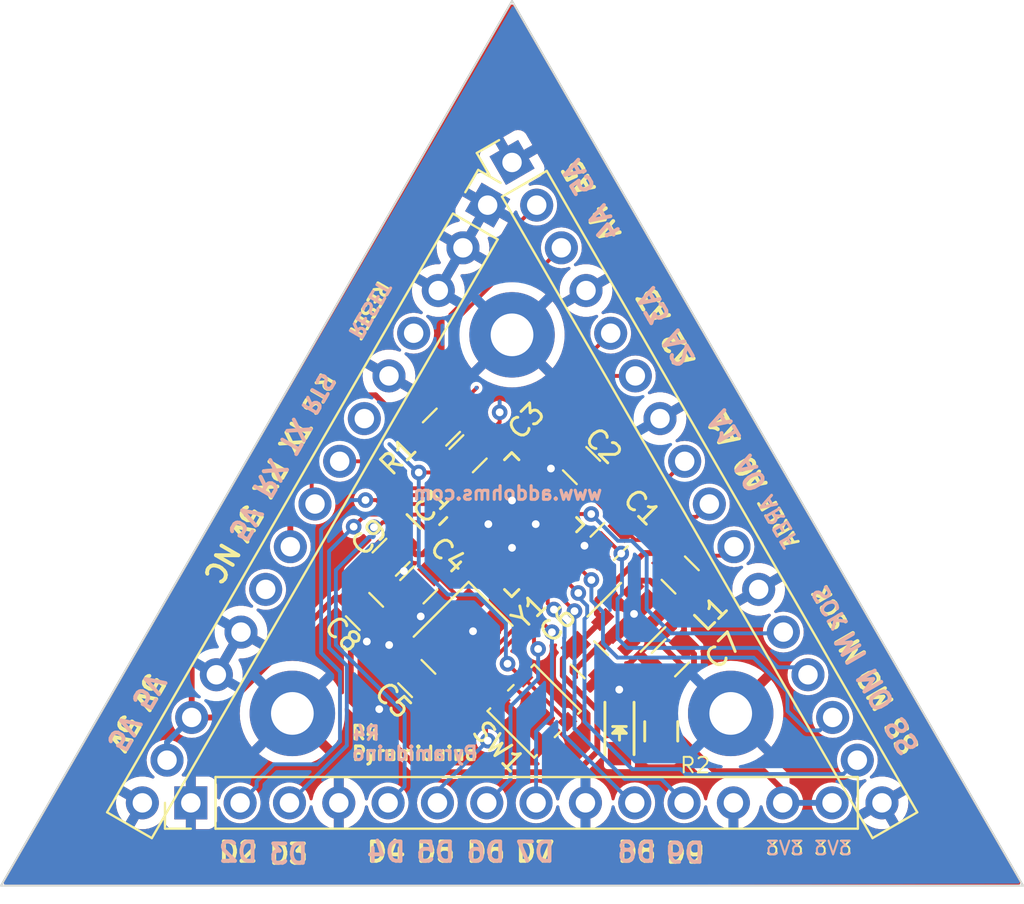
<source format=kicad_pcb>
(kicad_pcb (version 20240108) (generator "pcbnew") (generator_version "8.0")
  (layers (0 "F.Cu" signal) (31 "B.Cu" signal) (34 "B.Paste" user) (35 "F.Paste" user) (36 "B.SilkS" user "B.Silkscreen") (37 "F.SilkS" user "F.Silkscreen") (38 "B.Mask" user) (39 "F.Mask" user) (44 "Edge.Cuts" user))
  (net 0 "")
  (net 1 "Net-(C1-Pad1)")
  (net 2 "GND")
  (net 3 "/AREF")
  (net 4 "/RESET")
  (net 5 "/RTS")
  (net 6 "/X_P")
  (net 7 "/X_N")
  (net 8 "VCC")
  (net 9 "+3V3")
  (net 10 "/D3")
  (net 11 "/D4")
  (net 12 "/D5")
  (net 13 "/D6")
  (net 14 "/D7")
  (net 15 "/D8")
  (net 16 "/D9")
  (net 17 "/SS")
  (net 18 "/MOSI")
  (net 19 "/MISO")
  (net 20 "/SCK")
  (net 21 "/A0")
  (net 22 "/A1")
  (net 23 "/A2")
  (net 24 "/A3")
  (net 25 "/A4")
  (net 26 "/A5")
  (net 27 "/328-RX")
  (net 28 "/328-TX")
  (net 29 "/D2")
  (net 30 "Net-(D1-Pad2)")
  (footprint "Capacitors_SMD:C_0805" (layer "F.Cu") (at 131.318 112.268 -135)
    (property "Reference" "C1")
    (property "Value" "100nF")
  )
  (footprint "Capacitors_SMD:C_0805" (layer "F.Cu") (at 129.8956 108.3564 135)
    (property "Reference" "C2")
    (property "Value" "10nF")
  )
  (footprint "Capacitors_SMD:C_0805" (layer "F.Cu") (at 124.0536 107.7468 45)
    (property "Reference" "C3")
    (property "Value" "100nF")
  )
  (footprint "Capacitors_SMD:C_0805" (layer "F.Cu") (at 121.5136 114.5032 45)
    (property "Reference" "C4")
    (property "Value" "22pF")
  )
  (footprint "Capacitors_SMD:C_0805" (layer "F.Cu") (at 121.412 119.3292 -45)
    (property "Reference" "C5")
    (property "Value" "22pF")
  )
  (footprint "Capacitors_SMD:C_0805" (layer "F.Cu") (at 130.302 118.364 135)
    (property "Reference" "C6")
    (property "Value" "1uF")
  )
  (footprint "Capacitors_SMD:C_0805" (layer "F.Cu") (at 134.4676 118.2624 45)
    (property "Reference" "C7")
    (property "Value" "1uF")
  )
  (footprint "Capacitors_SMD:C_0805" (layer "F.Cu") (at 118.7196 115.8748 -45)
    (property "Reference" "C8")
    (property "Value" "1uF")
  )
  (footprint "Capacitors_SMD:C_0805" (layer "F.Cu") (at 120.0912 113.0808 -135)
    (property "Reference" "C9")
    (property "Value" "100nF")
  )
  (footprint "Capacitors_SMD:C_0805" (layer "F.Cu") (at 134.9756 113.9952 135)
    (property "Reference" "L1")
    (property "Value" "10uH")
  )
  (footprint "Pin_Headers:Pin_Header_Straight_1x16_Pitch2.54mm" (layer "F.Cu") (at 126.317 92.739 30)
    (property "Reference" "P1" (hide yes))
    (property "Value" "CONN_01X16")
  )
  (footprint "Pin_Headers:Pin_Header_Straight_1x15_Pitch2.54mm" (layer "F.Cu") (at 125.061 94.939 -30)
    (property "Reference" "P2" (hide yes))
    (property "Value" "CONN_01X14")
  )
  (footprint "Pin_Headers:Pin_Header_Straight_1x14_Pitch2.54mm" (layer "F.Cu") (at 109.776 125.735 90)
    (property "Reference" "P3" (hide yes))
    (property "Value" "CONN_01X14")
  )
  (footprint "Mounting_Holes:MountingHole_2.2mm_M2_Pad" (layer "F.Cu") (at 115.005 121.127)
    (property "Reference" "P4" (hide yes))
    (property "Value" "CONN_01X01")
  )
  (footprint "Mounting_Holes:MountingHole_2.2mm_M2_Pad" (layer "F.Cu") (at 137.578 121.127)
    (property "Reference" "P5" (hide yes))
    (property "Value" "CONN_01X01")
  )
  (footprint "Mounting_Holes:MountingHole_2.2mm_M2_Pad" (layer "F.Cu") (at 126.317 101.621)
    (property "Reference" "P6" (hide yes))
    (property "Value" "CONN_01X01")
  )
  (footprint "Capacitors_SMD:C_0805" (layer "F.Cu") (at 122.682 106.3752 45)
    (property "Reference" "R1")
    (property "Value" "100K")
  )
  (footprint "TO_SOT_Packages_SMD:SOT-23-5" (layer "F.Cu") (at 132.4356 116.1796 45)
    (property "Reference" "U1" (hide yes))
    (property "Value" "MIC5504-3.3YM5")
  )
  (footprint "My Libraries:FA238-4pin_3.2x2.5mm_Offset" (layer "F.Cu") (at 123.7996 116.8908 -135)
    (property "Reference" "Y1")
    (property "Value" "16M")
  )
  (footprint "My Libraries:QFN-32-1EP_5x5mm_Pitch0.5mm-GND" (layer "F.Cu") (at 126.3 111.4 45)
    (property "Reference" "IC1")
    (property "Value" "ATMEGA328-A")
  )
  (footprint "My Libraries:SW_SPST_PTS830" (layer "F.Cu") (at 127.4572 121.0056 135)
    (property "Reference" "SW1")
    (property "Value" "SW_PUSH")
  )
  (footprint "LEDs:LED_0805" (layer "F.Cu") (at 131.85 122.15098 -90)
    (property "Reference" "D1" (hide yes))
    (property "Value" "LED")
  )
  (footprint "Capacitors_SMD:C_0805" (layer "F.Cu") (at 134 122.05 -90)
    (property "Reference" "R2")
    (property "Value" "1k")
  )
  (gr_line (start 152.633 130) (end 126.316 84.419) (stroke (width 0.1)) (layer "Edge.Cuts"))
  (gr_line (start 100 130) (end 152.633 130) (stroke (width 0.1)) (layer "Edge.Cuts"))
  (gr_line (start 126.316 84.419) (end 100 130) (stroke (width 0.1)) (layer "Edge.Cuts"))
  (gr_text "A3" (at 133.604 100.1268 120) (layer "B.SilkS") (effects (font (size 1 1) (thickness 0.2)) (justify mirror)))
  (gr_text "SCK" (at 142.6972 115.6716 120) (layer "B.SilkS") (effects (font (size 0.8 0.8) (thickness 0.175)) (justify mirror)))
  (gr_text "A5" (at 129.7432 93.5228 120) (layer "B.SilkS") (effects (font (size 1 1) (thickness 0.2)) (justify mirror)))
  (gr_text "A2" (at 134.874 102.3112 120) (layer "B.SilkS") (effects (font (size 1 1) (thickness 0.2)) (justify mirror)))
  (gr_text "A1" (at 137.2616 106.426 120) (layer "B.SilkS") (effects (font (size 1 1) (thickness 0.2)) (justify mirror)))
  (gr_text "A0" (at 138.5824 108.7628 120) (layer "B.SilkS") (effects (font (size 1 1) (thickness 0.2)) (justify mirror)))
  (gr_text "AREF" (at 140.0556 111.252 120) (layer "B.SilkS") (effects (font (size 0.8 0.8)) (justify mirror)))
  (gr_text "MO" (at 145.034 119.888 120) (layer "B.SilkS") (effects (font (size 1 1) (thickness 0.2)) (justify mirror)))
  (gr_text "SS" (at 146.4056 122.2756 120) (layer "B.SilkS") (effects (font (size 1 1) (thickness 0.2)) (justify mirror)))
  (gr_text "A4" (at 131.064 95.8596 120) (layer "B.SilkS") (effects (font (size 1 1) (thickness 0.2)) (justify mirror)))
  (gr_text "MI" (at 143.764 117.7544 120) (layer "B.SilkS") (effects (font (size 1 1) (thickness 0.2)) (justify mirror)))
  (gr_text "3V3" (at 142.8496 128.0668 0) (layer "B.SilkS") (effects (font (size 0.7 0.7) (thickness 0.1)) (justify mirror)))
  (gr_text "3V3" (at 140.3604 128.0668 0) (layer "B.SilkS") (effects (font (size 0.7 0.7) (thickness 0.1)) (justify mirror)))
  (gr_text "D9" (at 135.2296 128.3208 0) (layer "B.SilkS") (effects (font (size 1 1) (thickness 0.2)) (justify mirror)))
  (gr_text "D8" (at 132.7404 128.27 0) (layer "B.SilkS") (effects (font (size 1 1) (thickness 0.2)) (justify mirror)))
  (gr_text "D7" (at 127.508 128.27 0) (layer "B.SilkS") (effects (font (size 1 1) (thickness 0.2)) (justify mirror)))
  (gr_text "D6" (at 124.968 128.27 0) (layer "B.SilkS") (effects (font (size 1 1) (thickness 0.2)) (justify mirror)))
  (gr_text "D5" (at 122.3772 128.27 0) (layer "B.SilkS") (effects (font (size 1 1) (thickness 0.2)) (justify mirror)))
  (gr_text "D4" (at 119.8372 128.27 0) (layer "B.SilkS") (effects (font (size 1 1) (thickness 0.2)) (justify mirror)))
  (gr_text "D3" (at 114.808 128.3716 0) (layer "B.SilkS") (effects (font (size 1 1) (thickness 0.2)) (justify mirror)))
  (gr_text "D2" (at 112.2172 128.27 0) (layer "B.SilkS") (effects (font (size 1 1) (thickness 0.2)) (justify mirror)))
  (gr_text "5V" (at 106.3244 122.1232 240) (layer "B.SilkS") (effects (font (size 1 1) (thickness 0.2)) (justify mirror)))
  (gr_text "5V" (at 107.5944 119.9896 240) (layer "B.SilkS") (effects (font (size 1 1) (thickness 0.2)) (justify mirror)))
  (gr_text "5V" (at 112.5728 111.3028 240) (layer "B.SilkS") (effects (font (size 1 1) (thickness 0.2)) (justify mirror)))
  (gr_text "RX" (at 113.8428 109.0168 240) (layer "B.SilkS") (effects (font (size 1 1) (thickness 0.2)) (justify mirror)))
  (gr_text "TX" (at 115.1128 106.8324 240) (layer "B.SilkS") (effects (font (size 1 1) (thickness 0.2)) (justify mirror)))
  (gr_text "RTS" (at 116.332 104.648 240) (layer "B.SilkS") (effects (font (size 0.8 0.8) (thickness 0.175)) (justify mirror)))
  (gr_text "RESET" (at 118.9736 100.33 240) (layer "B.SilkS") (effects (font (size 0.7 0.7) (thickness 0.16)) (justify mirror)))
  (gr_text "Pyramiduino" (at 121.3104 123.19 0) (layer "B.SilkS") (effects (font (size 0.7 0.7) (thickness 0.16)) (justify mirror)))
  (gr_text "R4" (at 118.8 122.15 0) (layer "B.SilkS") (effects (font (size 0.7 0.7) (thickness 0.16)) (justify mirror)))
  (gr_text "www.addohms.com" (at 126.0856 109.7788 0) (layer "B.SilkS") (effects (font (size 0.7 0.7) (thickness 0.16)) (justify mirror)))
  (gr_text "A4" (at 131.064 95.8596 120) (layer "F.SilkS") (effects (font (size 1 1) (thickness 0.2))))
  (gr_text "A2" (at 134.874 102.362 120) (layer "F.SilkS") (effects (font (size 1 1) (thickness 0.2))))
  (gr_text "A1" (at 137.2108 106.4768 120) (layer "F.SilkS") (effects (font (size 1 1) (thickness 0.2))))
  (gr_text "A0" (at 138.5824 108.7628 120) (layer "F.SilkS") (effects (font (size 1 1) (thickness 0.2))))
  (gr_text "MO" (at 145.034 119.888 120) (layer "F.SilkS") (effects (font (size 1 1) (thickness 0.2))))
  (gr_text "SS" (at 146.4056 122.2756 120) (layer "F.SilkS") (effects (font (size 1 1) (thickness 0.2))))
  (gr_text "AREF" (at 140.0556 111.252 120) (layer "F.SilkS") (effects (font (size 0.8 0.8))))
  (gr_text "3V3" (at 142.8496 128.0668 0) (layer "F.SilkS") (effects (font (size 0.7 0.7) (thickness 0.1))))
  (gr_text "3V3" (at 140.3604 128.0668 0) (layer "F.SilkS") (effects (font (size 0.7 0.7) (thickness 0.1))))
  (gr_text "D9" (at 135.2296 128.3208 0) (layer "F.SilkS") (effects (font (size 1 1) (thickness 0.2))))
  (gr_text "D8" (at 132.7404 128.27 0) (layer "F.SilkS") (effects (font (size 1 1) (thickness 0.2))))
  (gr_text "D7" (at 127.508 128.27 0) (layer "F.SilkS") (effects (font (size 1 1) (thickness 0.2))))
  (gr_text "D6" (at 124.968 128.27 0) (layer "F.SilkS") (effects (font (size 1 1) (thickness 0.2))))
  (gr_text "D5" (at 122.3772 128.27 0) (layer "F.SilkS") (effects (font (size 1 1) (thickness 0.2))))
  (gr_text "D4" (at 119.8372 128.27 0) (layer "F.SilkS") (effects (font (size 1 1) (thickness 0.2))))
  (gr_text "D3" (at 114.808 128.3716 0) (layer "F.SilkS") (effects (font (size 1 1) (thickness 0.2))))
  (gr_text "D2" (at 112.2172 128.27 0) (layer "F.SilkS") (effects (font (size 1 1) (thickness 0.2))))
  (gr_text "5V" (at 106.3244 122.1232 240) (layer "F.SilkS") (effects (font (size 1 1) (thickness 0.2))))
  (gr_text "5V" (at 107.5944 119.9896 240) (layer "F.SilkS") (effects (font (size 1 1) (thickness 0.2))))
  (gr_text "5V" (at 112.6236 111.3028 240) (layer "F.SilkS") (effects (font (size 1 1) (thickness 0.2))))
  (gr_text "RX" (at 113.8428 109.0168 240) (layer "F.SilkS") (effects (font (size 1 1) (thickness 0.2))))
  (gr_text "TX" (at 115.1128 106.8324 240) (layer "F.SilkS") (effects (font (size 1 1) (thickness 0.2))))
  (gr_text "RTS" (at 116.332 104.648 240) (layer "F.SilkS") (effects (font (size 0.8 0.8) (thickness 0.175))))
  (gr_text "RESET" (at 118.9736 100.33 240) (layer "F.SilkS") (effects (font (size 0.7 0.7) (thickness 0.16))))
  (gr_text "Pyramiduino" (at 121.3104 123.19 0) (layer "F.SilkS") (effects (font (size 0.7 0.7) (thickness 0.16))))
  (gr_text "A3" (at 133.604 100.1268 120) (layer "F.SilkS") (effects (font (size 1 1) (thickness 0.2))))
  (gr_text "SCK" (at 142.6972 115.6716 120) (layer "F.SilkS") (effects (font (size 0.8 0.8) (thickness 0.175))))
  (gr_text "MI" (at 143.764 117.7036 120) (layer "F.SilkS") (effects (font (size 1 1) (thickness 0.2))))
  (gr_text "R4" (at 118.75 122.1232 0) (layer "F.SilkS") (effects (font (size 0.7 0.7) (thickness 0.16))))
  (gr_text "NC" (at 111.3536 113.3856 240) (layer "F.SilkS") (effects (font (size 1 1) (thickness 0.2))))
  (gr_text "A5" (at 129.7432 93.5228 120) (layer "F.SilkS") (effects (font (size 1 1) (thickness 0.2))))
  (segment (start 129.324367 110.1344) (end 128.89794 110.560827) (width 0.2) (layer "F.Cu") (net 1))
  (segment (start 134.48115 112.192588) (end 132.656802 112.192588) (width 0.2) (layer "F.Cu") (net 1))
  (segment (start 135.682707 114.702307) (end 135.682707 113.394145) (width 0.2) (layer "F.Cu") (net 1))
  (segment (start 135.682707 113.394145) (end 134.48115 112.192588) (width 0.2) (layer "F.Cu") (net 1))
  (segment (start 130.598614 110.1344) (end 129.324367 110.1344) (width 0.2) (layer "F.Cu") (net 1))
  (segment (start 132.025107 111.560893) (end 130.598614 110.1344) (width 0.2) (layer "F.Cu") (net 1))
  (segment (start 132.656802 112.192588) (end 132.025107 111.560893) (width 0.2) (layer "F.Cu") (net 1))
  (segment (start 124.3076 116.8908) (end 124.930971 116.8908) (width 0.2) (layer "F.Cu") (net 2))
  (segment (start 124.072614 112.566726) (end 124.072614 112.398627) (width 0.2) (layer "F.Cu") (net 2))
  (segment (start 129.188493 107.649293) (end 129.180307 107.649293) (width 0.2) (layer "F.Cu") (net 2))
  (segment (start 124.930971 116.8908) (end 125.143103 116.678668) (width 0.2) (layer "F.Cu") (net 2))
  (segment (start 119.384093 113.787907) (end 120.747507 113.787907) (width 0.2) (layer "F.Cu") (net 2))
  (segment (start 130.610893 112.975107) (end 130.551907 112.975107) (width 0.2) (layer "F.Cu") (net 2))
  (segment (start 119.426707 116.836186) (end 118.839577 117.423316) (width 0.2) (layer "F.Cu") (net 2))
  (segment (start 131.657783 116.957417) (end 131.657783 116.942217) (width 0.2) (layer "F.Cu") (net 2))
  (segment (start 119.426707 116.581907) (end 119.426707 116.836186) (width 0.2) (layer "F.Cu") (net 2))
  (segment (start 123.810589 117.062654) (end 123.444903 117.062654) (width 0.2) (layer "F.Cu") (net 2))
  (segment (start 123.444903 117.062654) (end 123.404625 117.102932) (width 0.2) (layer "F.Cu") (net 2))
  (segment (start 131.009107 119.071107) (end 131.009107 117.606093) (width 0.2) (layer "F.Cu") (net 2))
  (segment (start 122.456097 116.969697) (end 121.6152 116.1288) (width 0.2) (layer "F.Cu") (net 2))
  (segment (start 131.212307 117.402893) (end 131.657783 116.957417) (width 0.2) (layer "F.Cu") (net 2))
  (segment (start 131.838 119.9) (end 131.009107 119.071107) (width 0.2) (layer "F.Cu") (net 2))
  (segment (start 127.83728 109.500167) (end 127.183206 110.154241) (width 0.2) (layer "F.Cu") (net 2))
  (segment (start 126.317 112.593759) (end 125.097241 111.374) (width 0.2) (layer "F.Cu") (net 2))
  (segment (start 124.3076 116.8908) (end 123.982443 116.8908) (width 0.2) (layer "F.Cu") (net 2))
  (segment (start 127.183206 110.154241) (end 126.317 110.154241) (width 0.2) (layer "F.Cu") (net 2))
  (segment (start 131.009107 117.606093) (end 131.657783 116.957417) (width 0.2) (layer "F.Cu") (net 2))
  (segment (start 124.072614 112.398627) (end 125.097241 111.374) (width 0.2) (layer "F.Cu") (net 2))
  (segment (start 126.317 110.154241) (end 127.536759 111.374) (width 0.2) (layer "F.Cu") (net 2))
  (segment (start 123.982443 116.8908) (end 123.810589 117.062654) (width 0.2) (layer "F.Cu") (net 2))
  (segment (start 120.704893 118.622093) (end 120.704893 118.317293) (width 0.2) (layer "F.Cu") (net 2))
  (segment (start 120.704893 118.622093) (end 120.704893 119.680707) (width 0.2) (layer "F.Cu") (net 2))
  (segment (start 122.456097 117.102932) (end 122.456097 116.969697) (width 0.2) (layer "F.Cu") (net 2))
  (segment (start 130.551907 112.975107) (end 129.8956 112.3188) (width 0.2) (layer "F.Cu") (net 2))
  (segment (start 131.657783 116.942217) (end 132.6 116) (width 0.2) (layer "F.Cu") (net 2))
  (segment (start 124.77972 113.273833) (end 125.459794 112.593759) (width 0.2) (layer "F.Cu") (net 2))
  (segment (start 125.450794 112.593759) (end 126.317 112.593759) (width 0.2) (layer "F.Cu") (net 2))
  (segment (start 125.459794 112.593759) (end 126.317 112.593759) (width 0.2) (layer "F.Cu") (net 2))
  (segment (start 123.404625 117.102932) (end 122.456097 117.102932) (width 0.2) (layer "F.Cu") (net 2))
  (segment (start 127.536759 111.374) (end 126.317 112.593759) (width 0.2) (layer "F.Cu") (net 2))
  (segment (start 120.747507 113.787907) (end 120.7516 113.792) (width 0.2) (layer "F.Cu") (net 2))
  (segment (start 120.704893 118.317293) (end 119.9896 117.602) (width 0.2) (layer "F.Cu") (net 2))
  (segment (start 128.005208 122.720334) (end 125.742466 120.457592) (width 0.2) (layer "F.Cu") (net 2))
  (segment (start 120.704893 119.680707) (end 119.478531 120.907069) (width 0.2) (layer "F.Cu") (net 2))
  (segment (start 129.180307 107.649293) (end 128.3208 108.5088) (width 0.2) (layer "F.Cu") (net 2))
  (via (at 119.9896 117.602) (size 0.8) (drill 0.4) (layers "F.Cu" "B.Cu") (net 2))
  (via (at 127.536759 111.374) (size 0.8) (drill 0.4) (layers "F.Cu" "B.Cu") (net 2))
  (via (at 126.317 110.154241) (size 0.8) (drill 0.4) (layers "F.Cu" "B.Cu") (net 2))
  (via (at 118.839577 117.423316) (size 0.8) (drill 0.4) (layers "F.Cu" "B.Cu") (net 2))
  (via (at 119.478531 120.907069) (size 0.8) (drill 0.4) (layers "F.Cu" "B.Cu") (net 2))
  (via (at 125.097241 111.374) (size 0.8) (drill 0.4) (layers "F.Cu" "B.Cu") (net 2))
  (via (at 126.317 112.593759) (size 0.8) (drill 0.4) (layers "F.Cu" "B.Cu") (net 2))
  (via (at 120.7516 113.792) (size 0.8) (drill 0.4) (layers "F.Cu" "B.Cu") (net 2))
  (via (at 121.6152 116.1288) (size 0.8) (drill 0.4) (layers "F.Cu" "B.Cu") (net 2))
  (via (at 128.3208 108.5088) (size 0.8) (drill 0.4) (layers "F.Cu" "B.Cu") (net 2))
  (via (at 124.3076 116.8908) (size 0.8) (drill 0.4) (layers "F.Cu" "B.Cu") (net 2))
  (via (at 130.048 112.486019) (size 0.8) (drill 0.4) (layers "F.Cu" "B.Cu") (net 2))
  (via (at 131.838 119.9) (size 0.8) (drill 0.4) (layers "F.Cu" "B.Cu") (net 2))
  (via (at 132.6 116) (size 0.8) (drill 0.4) (layers "F.Cu" "B.Cu") (net 2))
  (segment (start 132 119.9) (end 132.25 119.65) (width 0.2) (layer "B.Cu") (net 2))
  (segment (start 132.6 116) (end 132.4 116.2) (width 0.2) (layer "B.Cu") (net 2))
  (segment (start 129.8956 112.3188) (end 130.048 112.4712) (width 0.2) (layer "B.Cu") (net 2))
  (segment (start 130.048 112.4712) (end 130.048 112.486019) (width 0.2) (layer "B.Cu") (net 2))
  (segment (start 131.838 119.9) (end 132 119.9) (width 0.2) (layer "B.Cu") (net 2))
  (segment (start 132.4 116.2) (end 132.2 116.2) (width 0.2) (layer "B.Cu") (net 2))
  (segment (start 119.478531 120.907069) (end 119.1768 121.2088) (width 0.2) (layer "B.Cu") (net 2))
  (segment (start 136.114 113) (end 137.283341 113) (width 0.2) (layer "F.Cu") (net 3))
  (segment (start 131.02697 109.48777) (end 131.02697 109.498686) (width 0.2) (layer "F.Cu") (net 3))
  (segment (start 130.602707 109.063507) (end 131.02697 109.48777) (width 0.2) (layer "F.Cu") (net 3))
  (segment (start 128.981046 109.063507) (end 130.602707 109.063507) (width 0.2) (layer "F.Cu") (net 3))
  (segment (start 137.283341 113) (end 137.747 112.536341) (width 0.2) (layer "F.Cu") (net 3))
  (segment (start 128.190833 109.85372) (end 128.981046 109.063507) (width 0.2) (layer "F.Cu") (net 3))
  (segment (start 131.02697 109.498686) (end 133.368462 111.840178) (width 0.2) (layer "F.Cu") (net 3))
  (segment (start 133.368462 111.840178) (end 134.954178 111.840178) (width 0.2) (layer "F.Cu") (net 3))
  (segment (start 134.954178 111.840178) (end 136.114 113) (width 0.2) (layer "F.Cu") (net 3))
  (segment (start 123.346493 108.453907) (end 123.346493 108.757046) (width 0.2) (layer "F.Cu") (net 4))
  (segment (start 123.92543 104.92857) (end 123.92543 105.13177) (width 0.2) (layer "F.Cu") (net 4))
  (segment (start 123.346493 108.757046) (end 124.443167 109.85372) (width 0.2) (layer "F.Cu") (net 4))
  (segment (start 126.809266 119.290866) (end 126.0856 118.5672) (width 0.2) (layer "F.Cu") (net 4))
  (segment (start 126.909192 119.290866) (end 126.809266 119.290866) (width 0.2) (layer "F.Cu") (net 4))
  (segment (start 124.5108 104.3432) (end 123.92543 104.92857) (width 0.2) (layer "F.Cu") (net 4))
  (segment (start 121.5136 108.712) (end 123.0884 108.712) (width 0.2) (layer "F.Cu") (net 4))
  (segment (start 123.0884 108.712) (end 123.346493 108.453907) (width 0.2) (layer "F.Cu") (net 4))
  (segment (start 129.171934 121.553608) (end 126.909192 119.290866) (width 0.2) (layer "F.Cu") (net 4))
  (segment (start 123.92543 105.13177) (end 123.389107 105.668093) (width 0.2) (layer "F.Cu") (net 4))
  (segment (start 120.8024 126.8476) (end 121.2088 126.8476) (width 0.2) (layer "F.Cu") (net 4))
  (via (at 121.5136 108.712) (size 0.8) (drill 0.4) (layers "F.Cu" "B.Cu") (net 4))
  (via (at 126.0856 118.5672) (size 0.8) (drill 0.4) (layers "F.Cu" "B.Cu") (net 4))
  (segment (start 123 115) (end 124.5 115) (width 0.2) (layer "B.Cu") (net 4))
  (segment (start 124.476503 104.3432) (end 124.493652 104.360349) (width 0.2) (layer "B.Cu") (net 4))
  (segment (start 121.5136 113.5136) (end 123 115) (width 0.2) (layer "B.Cu") (net 4))
  (segment (start 126 116.5) (end 126 118.4816) (width 0.2) (layer "B.Cu") (net 4))
  (segment (start 121.462 108.712) (end 120 107.25) (width 0.2) (layer "B.Cu") (net 4))
  (segment (start 121.5136 108.712) (end 121.462 108.712) (width 0.2) (layer "B.Cu") (net 4))
  (segment (start 121.5136 108.712) (end 121.5136 113.5136) (width 0.2) (layer "B.Cu") (net 4))
  (segment (start 124.5 115) (end 126 116.5) (width 0.2) (layer "B.Cu") (net 4))
  (segment (start 126 118.4816) (end 126.0856 118.5672) (width 0.2) (layer "B.Cu") (net 4))
  (segment (start 125.6792 106.1212) (end 124.760707 107.039693) (width 0.2) (layer "F.Cu") (net 5))
  (segment (start 125.6792 105.6132) (end 125.6792 106.1212) (width 0.2) (layer "F.Cu") (net 5))
  (via (at 125.6792 105.6132) (size 0.8) (drill 0.4) (layers "F.Cu" "B.Cu") (net 5))
  (segment (start 125.6792 105.6132) (end 125.6792 105.047515) (width 0.2) (layer "B.Cu") (net 5))
  (segment (start 122.7328 102.101115) (end 122.7328 101.1428) (width 0.2) (layer "B.Cu") (net 5))
  (segment (start 124.904767 114.554) (end 124.3584 114.554) (width 0.2) (layer "F.Cu") (net 6))
  (segment (start 123.1392 113.907479) (end 123.711879 113.907479) (width 0.2) (layer "F.Cu") (net 6))
  (segment (start 125.503827 113.95494) (end 124.904767 114.554) (width 0.2) (layer "F.Cu") (net 6))
  (segment (start 122.220707 113.796093) (end 123.971911 115.547297) (width 0.2) (layer "F.Cu") (net 6))
  (segment (start 123.971911 115.547297) (end 124.011732 115.547297) (width 0.2) (layer "F.Cu") (net 6))
  (segment (start 123.711879 113.907479) (end 124.3584 114.554) (width 0.2) (layer "F.Cu") (net 6))
  (segment (start 123.027814 113.796093) (end 123.1392 113.907479) (width 0.2) (layer "F.Cu") (net 6))
  (segment (start 122.220707 113.796093) (end 123.027814 113.796093) (width 0.2) (layer "F.Cu") (net 6))
  (segment (start 122.119107 120.036307) (end 123.587468 118.567946) (width 0.2) (layer "F.Cu") (net 7))
  (segment (start 126.4412 116.7384) (end 124.945297 118.234303) (width 0.2) (layer "F.Cu") (net 7))
  (segment (start 126.4412 116.629851) (end 126.4412 116.7384) (width 0.2) (layer "F.Cu") (net 7))
  (segment (start 125.857381 114.308493) (end 125.539184 114.62669) (width 0.2) (layer "F.Cu") (net 7))
  (segment (start 125.222 115.410651) (end 126.4412 116.629851) (width 0.2) (layer "F.Cu") (net 7))
  (segment (start 125.539184 114.643216) (end 125.222 114.9604) (width 0.2) (layer "F.Cu") (net 7))
  (segment (start 123.587468 118.567946) (end 123.587468 118.234303) (width 0.2) (layer "F.Cu") (net 7))
  (segment (start 125.539184 114.62669) (end 125.539184 114.643216) (width 0.2) (layer "F.Cu") (net 7))
  (segment (start 125.222 114.9604) (end 125.222 115.410651) (width 0.2) (layer "F.Cu") (net 7))
  (segment (start 124.945297 118.234303) (end 123.587468 118.234303) (width 0.2) (layer "F.Cu") (net 7))
  (segment (start 109.821 121.335454) (end 111.023081 121.335454) (width 0.3) (layer "F.Cu") (net 8))
  (segment (start 121.083388 112.650588) (end 121.3612 112.9284) (width 0.3) (layer "F.Cu") (net 8))
  (segment (start 110.8456 116.7892) (end 110.8456 112.9044) (width 0.3) (layer "F.Cu") (net 8))
  (segment (start 118.0084 113.784728) (end 119.474328 112.3188) (width 0.3) (layer "F.Cu") (net 8))
  (segment (start 110.8456 112.9044) (end 113.75 110) (width 0.3) (layer "F.Cu") (net 8))
  (segment (start 122.2773 112.650588) (end 122.972795 113.346083) (width 0.3) (layer "F.Cu") (net 8))
  (segment (start 130.7084 115.2652) (end 133.10977 112.86383) (width 0.3) (layer "F.Cu") (net 8))
  (segment (start 114.901 107.651) (end 114.901 112.536636) (width 0.3) (layer "F.Cu") (net 8))
  (segment (start 120.285656 111.861042) (end 120.798307 112.373693) (width 0.3) (layer "F.Cu") (net 8))
  (segment (start 121.119135 106.569656) (end 121.462242 106.569656) (width 0.3) (layer "F.Cu") (net 8))
  (segment (start 130.7084 120.9548) (end 128.9304 119.1768) (width 0.3) (layer "F.Cu") (net 8))
  (segment (start 130.685512 115.801112) (end 130.7084 115.778224) (width 0.3) (layer "F.Cu") (net 8))
  (segment (start 117.190842 115.167693) (end 117.205386 115.167693) (width 0.3) (layer "F.Cu") (net 8))
  (segment (start 133.84423 112.86383) (end 134.268493 113.288093) (width 0.3) (layer "F.Cu") (net 8))
  (segment (start 118.012493 115.167693) (end 118.012493 120.501693) (width 0.3) (layer "F.Cu") (net 8))
  (segment (start 122.972795 113.346083) (end 123.786893 113.346083) (width 0.3) (layer "F.Cu") (net 8))
  (segment (start 113.75 110) (end 113.75 108.75) (width 0.3) (layer "F.Cu") (net 8))
  (segment (start 118.0084 114.356493) (end 118.0084 113.784728) (width 0.3) (layer "F.Cu") (net 8))
  (segment (start 119.939358 111.861042) (end 120.285656 111.861042) (width 0.3) (layer "F.Cu") (net 8))
  (segment (start 123.786893 113.346083) (end 123.8504 113.40959) (width 0.3) (layer "F.Cu") (net 8))
  (segment (start 118.012493 115.167693) (end 118.012493 114.360586) (width 0.3) (layer "F.Cu") (net 8))
  (segment (start 120.798307 112.373693) (end 121.075202 112.650588) (width 0.3) (layer "F.Cu") (net 8))
  (segment (start 129.614804 117.656893) (end 130.986031 116.285666) (width 0.3) (layer "F.Cu") (net 8))
  (segment (start 129.634002 124.1552) (end 130.7084 123.080802) (width 0.3) (layer "F.Cu") (net 8))
  (segment (start 124.80726 113.9444) (end 124.832077 113.919583) (width 0.3) (layer "F.Cu") (net 8))
  (segment (start 130.685512 115.985147) (end 130.685512 115.801112) (width 0.3) (layer "F.Cu") (net 8))
  (segment (start 124.443167 112.89428) (end 123.927857 113.40959) (width 0.3) (layer "F.Cu") (net 8))
  (segment (start 124.832077 113.919583) (end 125.150274 113.601386) (width 0.3) (layer "F.Cu") (net 8))
  (segment (start 114.875 107.625) (end 117.762478 104.737522) (width 0.3) (layer "F.Cu") (net 8))
  (segment (start 133.10977 112.86383) (end 133.84423 112.86383) (width 0.3) (layer "F.Cu") (net 8))
  (segment (start 118.012493 114.360586) (end 118.0084 114.356493) (width 0.3) (layer "F.Cu") (net 8))
  (segment (start 121.3612 112.9284) (end 121.709528 112.9284) (width 0.3) (layer "F.Cu") (net 8))
  (segment (start 123.927857 113.40959) (end 123.8504 113.40959) (width 0.3) (layer "F.Cu") (net 8))
  (segment (start 130.7084 123.080802) (end 130.7084 120.9548) (width 0.3) (layer "F.Cu") (net 8))
  (segment (start 117.205386 115.167693) (end 118.012493 115.167693) (width 0.3) (layer "F.Cu") (net 8))
  (segment (start 109.821 117.8138) (end 110.8456 116.7892) (width 0.3) (layer "F.Cu") (net 8))
  (segment (start 119.4816 112.3188) (end 119.939358 111.861042) (width 0.3) (layer "F.Cu") (net 8))
  (segment (start 121.709528 112.9284) (end 121.98734 112.650588) (width 0.3) (layer "F.Cu") (net 8))
  (segment (start 119.287001 104.737522) (end 121.119135 106.569656) (width 0.3) (layer "F.Cu") (net 8))
  (segment (start 119.474328 112.3188) (end 119.4816 112.3188) (width 0.3) (layer "F.Cu") (net 8))
  (segment (start 128.9304 118.321386) (end 129.594893 117.656893) (width 0.3) (layer "F.Cu") (net 8))
  (segment (start 121.98734 112.650588) (end 122.2773 112.650588) (width 0.3) (layer "F.Cu") (net 8))
  (segment (start 124.38521 113.9444) (end 124.80726 113.9444) (width 0.3) (layer "F.Cu") (net 8))
  (segment (start 113.75 108.75) (end 114.875 107.625) (width 0.3) (layer "F.Cu") (net 8))
  (segment (start 128.9304 119.1768) (end 128.9304 118.321386) (width 0.3) (layer "F.Cu") (net 8))
  (segment (start 111.023081 121.335454) (end 117.190842 115.167693) (width 0.3) (layer "F.Cu") (net 8))
  (segment (start 129.594893 117.656893) (end 129.614804 117.656893) (width 0.3) (layer "F.Cu") (net 8))
  (segment (start 121.666 124.1552) (end 129.634002 124.1552) (width 0.3) (layer "F.Cu") (net 8))
  (segment (start 130.986031 116.285666) (end 130.685512 115.985147) (width 0.3) (layer "F.Cu") (net 8))
  (segment (start 109.821 121.335454) (end 109.821 117.8138) (width 0.3) (layer "F.Cu") (net 8))
  (segment (start 121.462242 106.569656) (end 121.974893 107.082307) (width 0.3) (layer "F.Cu") (net 8))
  (segment (start 118.012493 120.501693) (end 121.666 124.1552) (width 0.3) (layer "F.Cu") (net 8))
  (segment (start 130.7084 115.778224) (end 130.7084 115.2652) (width 0.3) (layer "F.Cu") (net 8))
  (segment (start 117.762478 104.737522) (end 119.287001 104.737522) (width 0.3) (layer "F.Cu") (net 8))
  (segment (start 121.075202 112.650588) (end 121.083388 112.650588) (width 0.3) (layer "F.Cu") (net 8))
  (segment (start 114.875 107.625) (end 114.901 107.651) (width 0.3) (layer "F.Cu") (net 8))
  (segment (start 123.8504 113.40959) (end 124.38521 113.9444) (width 0.3) (layer "F.Cu") (net 8))
  (segment (start 108.551 123.535159) (end 108.551 122.605454) (width 0.3) (layer "B.Cu") (net 8))
  (segment (start 108.551 122.605454) (end 109.821 121.335454) (width 0.3) (layer "B.Cu") (net 8))
  (segment (start 135.687358 118.067944) (end 135.687358 118.922242) (width 0.3) (layer "F.Cu") (net 9))
  (segment (start 132.987142 114.284555) (end 133.416245 114.284555) (width 0.3) (layer "F.Cu") (net 9))
  (segment (start 136.7536 124.1044) (end 139.2936 124.1044) (width 0.3) (layer "F.Cu") (net 9))
  (segment (start 134 121.7064) (end 134.4422 122.1486) (width 0.3) (layer "F.Cu") (net 9))
  (segment (start 134.4422 122.1486) (end 134.7978 122.1486) (width 0.3) (layer "F.Cu") (net 9))
  (segment (start 139.2936 124.1044) (end 140.256 125.0668) (width 0.3) (layer "F.Cu") (net 9))
  (segment (start 134.7216 119.888) (end 134.362 119.888) (width 0.3) (layer "F.Cu") (net 9))
  (segment (start 134.7978 122.1486) (end 136.7536 124.1044) (width 0.3) (layer "F.Cu") (net 9))
  (segment (start 135.687358 118.922242) (end 134.7216 119.888) (width 0.3) (layer "F.Cu") (net 9))
  (segment (start 134.362 119.888) (end 134 120.25) (width 0.3) (layer "F.Cu") (net 9))
  (segment (start 140.256 125.0668) (end 140.256 125.735) (width 0.3) (layer "F.Cu") (net 9))
  (segment (start 134 120.25) (end 134 121.05) (width 0.3) (layer "F.Cu") (net 9))
  (segment (start 134 121.05) (end 134 121.7064) (width 0.3) (layer "F.Cu") (net 9))
  (segment (start 135.174707 117.555293) (end 135.687358 118.067944) (width 0.3) (layer "F.Cu") (net 9))
  (segment (start 133.416245 114.284555) (end 135.174707 116.043017) (width 0.3) (layer "F.Cu") (net 9))
  (segment (start 132.541666 114.730031) (end 132.987142 114.284555) (width 0.3) (layer "F.Cu") (net 9))
  (segment (start 135.174707 116.043017) (end 135.174707 117.555293) (width 0.3) (layer "F.Cu") (net 9))
  (segment (start 142.796 125.735) (end 140.256 125.735) (width 0.3) (layer "B.Cu") (net 9))
  (segment (start 122.430956 110.882068) (end 118.784732 110.882068) (width 0.2) (layer "F.Cu") (net 10))
  (segment (start 123.382507 111.833619) (end 122.430956 110.882068) (width 0.2) (layer "F.Cu") (net 10))
  (segment (start 118.784732 110.882068) (end 118.1608 111.506) (width 0.2) (layer "F.Cu") (net 10))
  (via (at 118.1608 111.506) (size 0.8) (drill 0.4) (layers "F.Cu" "B.Cu") (net 10))
  (segment (start 117.809811 122.778989) (end 117.809811 118.663794) (width 0.2) (layer "B.Cu") (net 10))
  (segment (start 115.705999 124.885001) (end 115.705999 124.882801) (width 0.2) (layer "B.Cu") (net 10))
  (segment (start 114.856 125.735) (end 115.705999 124.885001) (width 0.2) (layer "B.Cu") (net 10))
  (segment (start 117.809811 118.663794) (end 116.89399 117.747973) (width 0.2) (layer "B.Cu") (net 10))
  (segment (start 116.89399 112.77281) (end 118.1608 111.506) (width 0.2) (layer "B.Cu") (net 10))
  (segment (start 115.705999 124.882801) (end 117.809811 122.778989) (width 0.2) (layer "B.Cu") (net 10))
  (segment (start 116.89399 117.747973) (end 116.89399 112.77281) (width 0.2) (layer "B.Cu") (net 10))
  (segment (start 123.73606 112.187173) (end 123.300394 112.622839) (width 0.2) (layer "F.Cu") (net 11))
  (segment (start 119.658612 111.278188) (end 119.402331 111.534469) (width 0.2) (layer "F.Cu") (net 11))
  (segment (start 123.300394 112.622839) (end 122.885961 112.622839) (width 0.2) (layer "F.Cu") (net 11))
  (segment (start 119.402331 111.534469) (end 119.205269 111.534469) (width 0.2) (layer "F.Cu") (net 11))
  (segment (start 122.885961 112.622839) (end 121.54131 111.278188) (width 0.2) (layer "F.Cu") (net 11))
  (segment (start 121.54131 111.278188) (end 119.658612 111.278188) (width 0.2) (layer "F.Cu") (net 11))
  (via (at 119.205269 111.534469) (size 0.8) (drill 0.4) (layers "F.Cu" "B.Cu") (net 11))
  (segment (start 119.1624 112.0376) (end 119.2 112) (width 0.2) (layer "B.Cu") (net 11))
  (segment (start 119.936 125.735) (end 120.785999 124.885001) (width 0.2) (layer "B.Cu") (net 11))
  (segment (start 120.785999 124.885001) (end 120.785999 121.141599) (width 0.2) (layer "B.Cu") (net 11))
  (segment (start 117.2464 117.602) (end 117.2464 113.7412) (width 0.2) (layer "B.Cu") (net 11))
  (segment (start 120.785999 121.141599) (end 117.2464 117.602) (width 0.2) (layer "B.Cu") (net 11))
  (segment (start 117.2464 113.7412) (end 118.95 112.0376) (width 0.2) (layer "B.Cu") (net 11))
  (segment (start 118.95 112.0376) (end 119.1624 112.0376) (width 0.2) (layer "B.Cu") (net 11))
  (segment (start 119.205269 111.534469) (end 119.205269 111.782331) (width 0.2) (layer "B.Cu") (net 11))
  (segment (start 124.977404 122.437404) (end 124.977404 118.709842) (width 0.2) (layer "F.Cu") (net 12))
  (segment (start 127 116.687246) (end 127 116) (width 0.2) (layer "F.Cu") (net 12))
  (segment (start 126.776619 115.776619) (end 126.776619 114.308493) (width 0.2) (layer "F.Cu") (net 12))
  (segment (start 125.0696 122.5296) (end 124.977404 122.437404) (width 0.2) (layer "F.Cu") (net 12))
  (segment (start 127 116) (end 126.776619 115.776619) (width 0.2) (layer "F.Cu") (net 12))
  (segment (start 124.977404 118.709842) (end 127 116.687246) (width 0.2) (layer "F.Cu") (net 12))
  (via (at 125.0696 122.5296) (size 0.8) (drill 0.4) (layers "F.Cu" "B.Cu") (net 12))
  (segment (start 125.0696 122.5296) (end 122.476 125.1232) (width 0.2) (layer "B.Cu") (net 12))
  (segment (start 122.476 125.1232) (end 122.476 125.735) (width 0.2) (layer "B.Cu") (net 12))
  (segment (start 127.44837 117.59317) (end 127.6604 117.8052) (width 0.2) (layer "F.Cu") (net 13))
  (segment (start 127.130173 113.95494) (end 127.44837 114.273137) (width 0.2) (layer "F.Cu") (net 13))
  (segment (start 127.44837 114.273137) (end 127.44837 117.59317) (width 0.2) (layer "F.Cu") (net 13))
  (via (at 127.6604 117.8052) (size 0.8) (drill 0.4) (layers "F.Cu" "B.Cu") (net 13))
  (segment (start 126.2402 120.7598) (end 126.2402 124.5108) (width 0.2) (layer "B.Cu") (net 13))
  (segment (start 127.6604 119.3396) (end 126.2402 120.7598) (width 0.2) (layer "B.Cu") (net 13))
  (segment (start 127.6604 117.8052) (end 127.6604 119.3396) (width 0.2) (layer "B.Cu") (net 13))
  (segment (start 126.2402 124.5108) (end 125.016 125.735) (width 0.2) (layer "B.Cu") (net 13))
  (segment (start 127.483726 113.601386) (end 127.801923 113.919583) (width 0.2) (layer "F.Cu") (net 14))
  (segment (start 127.801923 113.919583) (end 127.801923 116.442707) (width 0.2) (layer "F.Cu") (net 14))
  (segment (start 127.801923 116.442707) (end 127.872707 116.442707) (width 0.2) (layer "F.Cu") (net 14))
  (segment (start 127.872707 116.442707) (end 128.3716 116.9416) (width 0.2) (layer "F.Cu") (net 14))
  (via (at 128.3716 116.9416) (size 0.8) (drill 0.4) (layers "F.Cu" "B.Cu") (net 14))
  (segment (start 127.762 125.529) (end 127.556 125.735) (width 0.2) (layer "B.Cu") (net 14))
  (segment (start 128.3716 121.25) (end 128.3716 116.9416) (width 0.2) (layer "B.Cu") (net 14))
  (segment (start 127.556 122.0656) (end 127.556 125.735) (width 0.2) (layer "B.Cu") (net 14))
  (segment (start 128.3716 121.25) (end 127.556 122.0656) (width 0.2) (layer "B.Cu") (net 14))
  (segment (start 127.83728 113.247833) (end 128.155477 113.56603) (width 0.2) (layer "F.Cu") (net 15))
  (segment (start 128.155477 115.455477) (end 128.4732 115.7732) (width 0.2) (layer "F.Cu") (net 15))
  (segment (start 128.155477 113.56603) (end 128.155477 115.455477) (width 0.2) (layer "F.Cu") (net 15))
  (via (at 128.4732 115.7732) (size 0.8) (drill 0.4) (layers "F.Cu" "B.Cu") (net 15))
  (segment (start 129 117.235833) (end 129 122.25) (width 0.2) (layer "B.Cu") (net 15))
  (segment (start 129.024 117.211833) (end 129 117.235833) (width 0.2) (layer "B.Cu") (net 15))
  (segment (start 129 122.25) (end 132.485 125.735) (width 0.2) (layer "B.Cu") (net 15))
  (segment (start 132.485 125.735) (end 132.636 125.735) (width 0.2) (layer "B.Cu") (net 15))
  (segment (start 128.4732 115.9732) (end 129.024 116.524) (width 0.2) (layer "B.Cu") (net 15))
  (segment (start 128.4732 115.7732) (end 128.4732 115.9732) (width 0.2) (layer "B.Cu") (net 15))
  (segment (start 129.024 116.524) (end 129.024 117.211833) (width 0.2) (layer "B.Cu") (net 15))
  (segment (start 128.190833 112.89428) (end 128.50903 113.212477) (width 0.2) (layer "F.Cu") (net 16))
  (segment (start 128.50903 113.212477) (end 128.50903 114.830014) (width 0.2) (layer "F.Cu") (net 16))
  (segment (start 128.50903 114.830014) (end 129.533557 115.854541) (width 0.2) (layer "F.Cu") (net 16))
  (via (at 129.533557 115.854541) (size 0.8) (drill 0.4) (layers "F.Cu" "B.Cu") (net 16))
  (segment (start 132.12 124.5) (end 134 124.5) (width 0.2) (layer "B.Cu") (net 16))
  (segment (start 134 124.5) (end 135.176 125.676) (width 0.2) (layer "B.Cu") (net 16))
  (segment (start 135.176 125.676) (end 135.176 125.735) (width 0.2) (layer "B.Cu") (net 16))
  (segment (start 129.533557 115.854541) (end 129.533557 121.913557) (width 0.2) (layer "B.Cu") (net 16))
  (segment (start 129.533557 121.913557) (end 132.12 124.5) (width 0.2) (layer "B.Cu") (net 16))
  (segment (start 128.544386 112.540726) (end 129 112.99634) (width 0.2) (layer "F.Cu") (net 17))
  (segment (start 143.781463 123.8504) (end 144.097 123.534863) (width 0.2) (layer "F.Cu") (net 17))
  (segment (start 129 114.1925) (end 129.73015 114.92265) (width 0.2) (layer "F.Cu") (net 17))
  (segment (start 129 112.99634) (end 129 114.1925) (width 0.2) (layer "F.Cu") (net 17))
  (via (at 129.73015 114.92265) (size 0.8) (drill 0.4) (layers "F.Cu" "B.Cu") (net 17))
  (segment (start 129.73015 115.202141) (end 129.80379 115.202141) (width 0.2) (layer "B.Cu") (net 17))
  (segment (start 130.048 121.549632) (end 132.498368 124) (width 0.2) (layer "B.Cu") (net 17))
  (segment (start 129.80379 115.202141) (end 130.185957 115.584308) (width 0.2) (layer "B.Cu") (net 17))
  (segment (start 130.185957 115.584308) (end 130.185957 116.124774) (width 0.2) (layer "B.Cu") (net 17))
  (segment (start 132.498368 124) (end 134.9982 124) (width 0.2) (layer "B.Cu") (net 17))
  (segment (start 134.9982 124) (end 135.2482 124.25) (width 0.2) (layer "B.Cu") (net 17))
  (segment (start 130.185957 116.124774) (end 130.048 116.262731) (width 0.2) (layer "B.Cu") (net 17))
  (segment (start 143.381863 124.25) (end 144.097 123.534863) (width 0.2) (layer "B.Cu") (net 17))
  (segment (start 135.2482 124.25) (end 143.381863 124.25) (width 0.2) (layer "B.Cu") (net 17))
  (segment (start 129.73015 114.92265) (end 129.73015 115.202141) (width 0.2) (layer "B.Cu") (net 17))
  (segment (start 130.048 116.262731) (end 130.048 121.549632) (width 0.2) (layer "B.Cu") (net 17))
  (segment (start 128.88094 112.213173) (end 128.88094 112.241592) (width 0.2) (layer "F.Cu") (net 18))
  (segment (start 129.5 113.3456) (end 129.5 112.860652) (width 0.2) (layer "F.Cu") (net 18))
  (segment (start 130.4036 114.2492) (end 129.5 113.3456) (width 0.2) (layer "F.Cu") (net 18))
  (segment (start 128.88094 112.241592) (end 129.5 112.860652) (width 0.2) (layer "F.Cu") (net 18))
  (via (at 130.4036 114.2492) (size 0.8) (drill 0.4) (layers "F.Cu" "B.Cu") (net 18))
  (segment (start 131 117.5) (end 131.75 118.25) (width 0.2) (layer "B.Cu") (net 18))
  (segment (start 131.75 118.25) (end 138.75 118.25) (width 0.2) (layer "B.Cu") (net 18))
  (segment (start 140.5 121) (end 141.5 122) (width 0.2) (layer "B.Cu") (net 18))
  (segment (start 130.4036 114.2492) (end 130.4036 115.303582) (width 0.2) (layer "B.Cu") (net 18))
  (segment (start 131 115.899982) (end 131 117.5) (width 0.2) (layer "B.Cu") (net 18))
  (segment (start 141.5 122) (end 142.162159 122) (width 0.2) (layer "B.Cu") (net 18))
  (segment (start 138.75 118.25) (end 140.5 120) (width 0.2) (layer "B.Cu") (net 18))
  (segment (start 140.5 120) (end 140.5 121) (width 0.2) (layer "B.Cu") (net 18))
  (segment (start 130.4036 115.303582) (end 131 115.899982) (width 0.2) (layer "B.Cu") (net 18))
  (segment (start 142.162159 122) (end 142.827 121.335159) (width 0.2) (layer "B.Cu") (net 18))
  (segment (start 129.251493 111.833619) (end 130.883619 111.833619) (width 0.2) (layer "F.Cu") (net 19))
  (segment (start 130.883619 111.833619) (end 131.9784 112.9284) (width 0.2) (layer "F.Cu") (net 19))
  (via (at 131.941119 112.8856) (size 0.8) (drill 0.4) (layers "F.Cu" "B.Cu") (net 19))
  (segment (start 131.75 117.25) (end 132.25 117.75) (width 0.2) (layer "B.Cu") (net 19))
  (segment (start 140 118.75) (end 141.171546 118.75) (width 0.2) (layer "B.Cu") (net 19))
  (segment (start 132.25 117.75) (end 139 117.75) (width 0.2) (layer "B.Cu") (net 19))
  (segment (start 131.75 115.2284) (end 131.75 117.25) (width 0.2) (layer "B.Cu") (net 19))
  (segment (start 131.9784 112.9284) (end 131.9784 115) (width 0.2) (layer "B.Cu") (net 19))
  (segment (start 131.9784 115) (end 131.75 115.2284) (width 0.2) (layer "B.Cu") (net 19))
  (segment (start 141.171546 118.75) (end 141.557 119.135454) (width 0.2) (layer "B.Cu") (net 19))
  (segment (start 139 117.75) (end 140 118.75) (width 0.2) (layer "B.Cu") (net 19))
  (segment (start 130.39539 110.85381) (end 129.312064 110.85381) (width 0.2) (layer "F.Cu") (net 20))
  (segment (start 129.312064 110.85381) (end 129.251493 110.914381) (width 0.2) (layer "F.Cu") (net 20))
  (via (at 130.39539 110.85381) (size 0.8) (drill 0.4) (layers "F.Cu" "B.Cu") (net 20))
  (segment (start 140.287 116.93575) (end 140.22275 117) (width 0.2) (layer "B.Cu") (net 20))
  (segment (start 131.774779 112.233199) (end 130.39539 110.85381) (width 0.2) (layer "B.Cu") (net 20))
  (segment (start 133.25 113) (end 132.483199 112.233199) (width 0.2) (layer "B.Cu") (net 20))
  (segment (start 134.5 117) (end 133.25 115.75) (width 0.2) (layer "B.Cu") (net 20))
  (segment (start 133.25 115.75) (end 133.25 113) (width 0.2) (layer "B.Cu") (net 20))
  (segment (start 132.483199 112.233199) (end 131.774779 112.233199) (width 0.2) (layer "B.Cu") (net 20))
  (segment (start 140.22275 117) (end 134.5 117) (width 0.2) (layer "B.Cu") (net 20))
  (segment (start 135.813636 111) (end 136.477 110.336636) (width 0.2) (layer "F.Cu") (net 21))
  (segment (start 127.44837 108.325346) (end 129.172328 106.601388) (width 0.2) (layer "F.Cu") (net 21))
  (segment (start 130.101388 106.601388) (end 134.5 111) (width 0.2) (layer "F.Cu") (net 21))
  (segment (start 134.5 111) (end 135.813636 111) (width 0.2) (layer "F.Cu") (net 21))
  (segment (start 129.172328 106.601388) (end 130.101388 106.601388) (width 0.2) (layer "F.Cu") (net 21))
  (segment (start 127.44837 108.474863) (end 127.44837 108.325346) (width 0.2) (layer "F.Cu") (net 21))
  (segment (start 127.130173 108.79306) (end 127.44837 108.474863) (width 0.2) (layer "F.Cu") (net 21))
  (segment (start 133.75 109) (end 134.343932 109) (width 0.2) (layer "F.Cu") (net 22))
  (segment (start 129.466126 105.75) (end 130.5 105.75) (width 0.2) (layer "F.Cu") (net 22))
  (segment (start 130.5 105.75) (end 133.75 109) (width 0.2) (layer "F.Cu") (net 22))
  (segment (start 126.776619 108.439507) (end 129.466126 105.75) (width 0.2) (layer "F.Cu") (net 22))
  (segment (start 134.343932 109) (end 135.207 108.136932) (width 0.2) (layer "F.Cu") (net 22))
  (segment (start 125.857381 108.439507) (end 125.857381 108.16273) (width 0.2) (layer "F.Cu") (net 23))
  (segment (start 130.282588 103.737523) (end 131.464919 103.737523) (width 0.2) (layer "F.Cu") (net 23))
  (segment (start 131.464919 103.737523) (end 132.667 103.737523) (width 0.2) (layer "F.Cu") (net 23))
  (segment (start 125.857381 108.16273) (end 130.282588 103.737523) (width 0.2) (layer "F.Cu") (net 23))
  (segment (start 125.18563 108.474863) (end 125.18563 107.93557) (width 0.2) (layer "F.Cu") (net 24))
  (segment (start 125.18563 107.93557) (end 130.547001 102.574199) (width 0.2) (layer "F.Cu") (net 24))
  (segment (start 130.547001 102.574199) (end 130.547001 102.387817) (width 0.2) (layer "F.Cu") (net 24))
  (segment (start 125.503827 108.79306) (end 125.18563 108.474863) (width 0.2) (layer "F.Cu") (net 24))
  (segment (start 130.547001 102.387817) (end 131.397 101.537818) (width 0.2) (layer "F.Cu") (net 24))
  (segment (start 127.189409 98.806) (end 128.857 97.138409) (width 0.2) (layer "F.Cu") (net 25))
  (segment (start 124.832077 108.828417) (end 124.832077 108.175133) (width 0.2) (layer "F.Cu") (net 25))
  (segment (start 125.150274 109.146614) (end 124.832077 108.828417) (width 0.2) (layer "F.Cu") (net 25))
  (segment (start 125.502446 98.806) (end 127.189409 98.806) (width 0.2) (layer "F.Cu") (net 25))
  (segment (start 123.4948 103.9876) (end 123.4948 100.813646) (width 0.2) (layer "F.Cu") (net 25))
  (segment (start 124.832077 108.175133) (end 122.341202 105.684258) (width 0.2) (layer "F.Cu") (net 25))
  (segment (start 123.4948 100.813646) (end 125.502446 98.806) (width 0.2) (layer "F.Cu") (net 25))
  (segment (start 122.341202 105.141198) (end 123.4948 103.9876) (width 0.2) (layer "F.Cu") (net 25))
  (segment (start 122.341202 105.684258) (end 122.341202 105.141198) (width 0.2) (layer "F.Cu") (net 25))
  (segment (start 127.587 94.938705) (end 126.737001 95.788704) (width 0.2) (layer "F.Cu") (net 26))
  (segment (start 123.444 107.285438) (end 123.444 107.3404) (width 0.2) (layer "F.Cu") (net 26))
  (segment (start 126.737001 96.986199) (end 123.14239 100.58081) (width 0.2) (layer "F.Cu") (net 26))
  (segment (start 126.737001 95.788704) (end 126.737001 96.986199) (width 0.2) (layer "F.Cu") (net 26))
  (segment (start 121.988792 104.884008) (end 121.988792 105.830231) (width 0.2) (layer "F.Cu") (net 26))
  (segment (start 124.394398 109.097845) (end 124.79672 109.500167) (width 0.2) (layer "F.Cu") (net 26))
  (segment (start 121.988792 105.830231) (end 123.444 107.285438) (width 0.2) (layer "F.Cu") (net 26))
  (segment (start 123.444 107.3404) (end 124.394398 108.290798) (width 0.2) (layer "F.Cu") (net 26))
  (segment (start 124.394398 108.290798) (end 124.394398 109.097845) (width 0.2) (layer "F.Cu") (net 26))
  (segment (start 123.14239 100.58081) (end 123.14239 103.73041) (width 0.2) (layer "F.Cu") (net 26))
  (segment (start 123.14239 103.73041) (end 121.988792 104.884008) (width 0.2) (layer "F.Cu") (net 26))
  (segment (start 123.41033 109.52799) (end 124.089614 110.207274) (width 0.2) (layer "F.Cu") (net 27))
  (segment (start 116.171 110.336932) (end 116 110.165932) (width 0.2) (layer "F.Cu") (net 27))
  (segment (start 116 110.165932) (end 116 107.25) (width 0.2) (layer "F.Cu") (net 27))
  (segment (start 116.5 106.75) (end 117.754236 106.75) (width 0.2) (layer "F.Cu") (net 27))
  (segment (start 120.532226 109.52799) (end 123.41033 109.52799) (width 0.2) (layer "F.Cu") (net 27))
  (segment (start 117.754236 106.75) (end 120.532226 109.52799) (width 0.2) (layer "F.Cu") (net 27))
  (segment (start 116 107.25) (end 116.5 106.75) (width 0.2) (layer "F.Cu") (net 27))
  (segment (start 123.055633 109.8804) (end 123.73606 110.560827) (width 0.2) (layer "F.Cu") (net 28))
  (segment (start 117.441 108.137227) (end 118.643081 108.137227) (width 0.2) (layer "F.Cu") (net 28))
  (segment (start 118.643081 108.137227) (end 120.386254 109.8804) (width 0.2) (layer "F.Cu") (net 28))
  (segment (start 120.386254 109.8804) (end 123.055633 109.8804) (width 0.2) (layer "F.Cu") (net 28))
  (segment (start 118.7704 110.1344) (end 119.336085 110.1344) (width 0.2) (layer "F.Cu") (net 29))
  (segment (start 122.805726 110.3376) (end 123.382507 110.914381) (width 0.2) (layer "F.Cu") (net 29))
  (segment (start 119.539285 110.3376) (end 122.805726 110.3376) (width 0.2) (layer "F.Cu") (net 29))
  (segment (start 119.336085 110.1344) (end 119.539285 110.3376) (width 0.2) (layer "F.Cu") (net 29))
  (via (at 118.7704 110.1344) (size 0.8) (drill 0.4) (layers "F.Cu" "B.Cu") (net 29))
  (segment (start 113.165999 124.628801) (end 114.046 123.7488) (width 0.2) (layer "B.Cu") (net 29))
  (segment (start 116.4844 111.655086) (end 118.005086 110.1344) (width 0.2) (layer "B.Cu") (net 29))
  (segment (start 117.457401 122.572599) (end 117.457401 118.981401) (width 0.2) (layer "B.Cu") (net 29))
  (segment (start 113.165999 124.885001) (end 113.165999 124.628801) (width 0.2) (layer "B.Cu") (net 29))
  (segment (start 112.316 125.735) (end 113.165999 124.885001) (width 0.2) (layer "B.Cu") (net 29))
  (segment (start 116.4844 118.0084) (end 116.4844 111.655086) (width 0.2) (layer "B.Cu") (net 29))
  (segment (start 117.457401 118.981401) (end 116.4844 118.0084) (width 0.2) (layer "B.Cu") (net 29))
  (segment (start 118.005086 110.1344) (end 118.7704 110.1344) (width 0.2) (layer "B.Cu") (net 29))
  (segment (start 114.046 123.7488) (end 116.2812 123.7488) (width 0.2) (layer "B.Cu") (net 29))
  (segment (start 116.2812 123.7488) (end 117.457401 122.572599) (width 0.2) (layer "B.Cu") (net 29))
  (segment (start 132 123.05) (end 131.85 123.2) (width 0.2) (layer "F.Cu") (net 30))
  (segment (start 134 123.05) (end 132 123.05) (width 0.2) (layer "F.Cu") (net 30))
  (zone (net 2) (net_name "GND") (layer "F.Cu") (connect_pads (clearance 0.2)) (min_thickness 0.16) (fill yes (thermal_gap 0.508) (thermal_bridge_width 0.508))
    (polygon (pts (xy 100.0252 130.048) (xy 126.3396 84.4804) (xy 152.654 130.048) (xy 99.9744 130.048)))
  )
  (zone (net 2) (net_name "GND") (layer "B.Cu") (connect_pads (clearance 0.2)) (min_thickness 0.16) (fill yes (thermal_gap 0.508) (thermal_bridge_width 0.508))
    (polygon (pts (xy 99.9744 129.9464) (xy 126.3904 84.582) (xy 152.6032 129.8956) (xy 100.0252 130.048)))
  )
)
</source>
